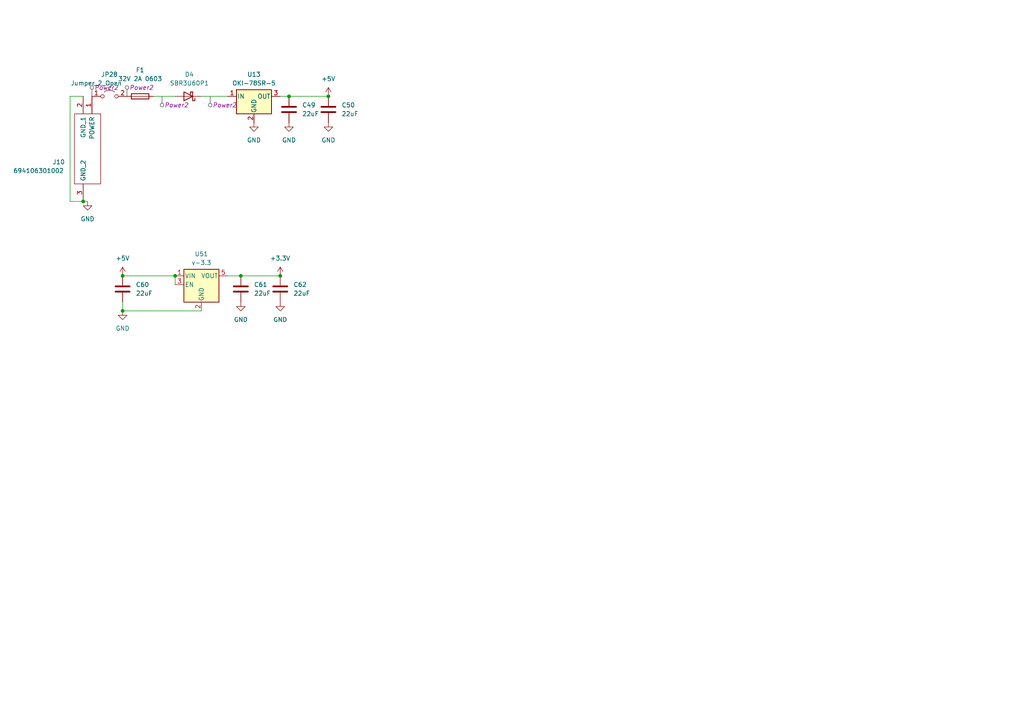
<source format=kicad_sch>
(kicad_sch (version 20230121) (generator eeschema)
  (paper "A4")
  (lib_symbols
    (symbol "Device:C" (pin_numbers hide) (pin_names (offset 0.254))
      (property "Reference" "C" (at 0.635 2.54 0))
      (property "Value" "C" (at 0.635 -2.54 0))
      (symbol "C_0_1"
        (polyline (pts (xy -2.032 -0.762) (xy 2.032 -0.762)) (stroke (width 0.508)))
        (polyline (pts (xy -2.032 0.762) (xy 2.032 0.762)) (stroke (width 0.508)))
      )
      (symbol "C_1_1"
        (pin passive line (at 0 3.81 270) (length 2.794) (name "~") (number "1"))
        (pin passive line (at 0 -3.81 90) (length 2.794) (name "~") (number "2"))
      )
    )
    (symbol "Device:D_Schottky" (pin_numbers hide) (pin_names (offset 1.016) hide)
      (property "Reference" "D" (at 0 2.54 0))
      (property "Value" "D_Schottky" (at 0 -2.54 0))
      (symbol "D_Schottky_0_1"
        (polyline (pts (xy 1.27 0) (xy -1.27 0)))
        (polyline (pts (xy 1.27 1.27) (xy 1.27 -1.27) (xy -1.27 0) (xy 1.27 1.27)) (stroke (width 0.254)))
        (polyline (pts (xy -1.905 0.635) (xy -1.905 1.27) (xy -1.27 1.27) (xy -1.27 -1.27) (xy -0.635 -1.27) (xy -0.635 -0.635)) (stroke (width 0.254)))
      )
      (symbol "D_Schottky_1_1"
        (pin passive line (at -3.81 0 0) (length 2.54) (name "K") (number "1"))
        (pin passive line (at 3.81 0 180) (length 2.54) (name "A") (number "2"))
      )
    )
    (symbol "Device:Fuse" (pin_numbers hide) (pin_names (offset 0))
      (property "Reference" "F" (at 2.032 0 90))
      (property "Value" "Fuse" (at -1.905 0 90))
      (symbol "Fuse_0_1"
        (rectangle (start -0.762 -2.54) (end 0.762 2.54) (stroke (width 0.254)))
        (polyline (pts (xy 0 2.54) (xy 0 -2.54)))
      )
      (symbol "Fuse_1_1"
        (pin passive line (at 0 3.81 270) (length 1.27) (name "~") (number "1"))
        (pin passive line (at 0 -3.81 90) (length 1.27) (name "~") (number "2"))
      )
    )
    (symbol "Jumper:Jumper_2_Open" (pin_names (offset 0) hide)
      (property "Reference" "JP" (at 0 2.794 0))
      (property "Value" "Jumper_2_Open" (at 0 -2.286 0))
      (symbol "Jumper_2_Open_0_0"
        (circle (center -2.032 0) (radius 0.508))
        (circle (center 2.032 0) (radius 0.508))
      )
      (symbol "Jumper_2_Open_0_1"
        (arc (start 1.524 1.27) (mid 0 1.778) (end -1.524 1.27))
      )
      (symbol "Jumper_2_Open_1_1"
        (pin passive line (at -5.08 0 0) (length 2.54) (name "A") (number "1"))
        (pin passive line (at 5.08 0 180) (length 2.54) (name "B") (number "2"))
      )
    )
    (symbol "Regulator_Linear:AP2127K-3.3" (pin_names (offset 0.254))
      (property "Reference" "U" (at -5.08 5.715 0))
      (property "Value" "AP2127K-3.3" (at 0 5.715 0))
      (symbol "AP2127K-3.3_0_1"
        (rectangle (start -5.08 4.445) (end 5.08 -5.08) (stroke (width 0.254)) (fill (type background)))
      )
      (symbol "AP2127K-3.3_1_1"
        (pin power_in line (at -7.62 2.54 0) (length 2.54) (name "VIN") (number "1"))
        (pin power_in line (at 0 -7.62 90) (length 2.54) (name "GND") (number "2"))
        (pin input line (at -7.62 0 0) (length 2.54) (name "EN") (number "3"))
        (pin no_connect line (at 5.08 0 180) (length 2.54) hide (name "NC") (number "4"))
        (pin power_out line (at 7.62 2.54 180) (length 2.54) (name "VOUT") (number "5"))
      )
    )
    (symbol "Regulator_Linear:L7805" (pin_names (offset 0.254))
      (property "Reference" "U" (at -3.81 3.175 0))
      (property "Value" "L7805" (at 0 3.175 0))
      (symbol "L7805_0_1"
        (rectangle (start -5.08 1.905) (end 5.08 -5.08) (stroke (width 0.254)) (fill (type background)))
      )
      (symbol "L7805_1_1"
        (pin power_in line (at -7.62 0 0) (length 2.54) (name "IN") (number "1"))
        (pin power_in line (at 0 -7.62 90) (length 2.54) (name "GND") (number "2"))
        (pin power_out line (at 7.62 0 180) (length 2.54) (name "OUT") (number "3"))
      )
    )
    (symbol "SamacSys_Parts:694106301002" (pin_names (offset 0.762))
      (property "Reference" "J" (at 26.67 7.62 0))
      (property "Value" "694106301002" (at 26.67 5.08 0))
      (symbol "694106301002_0_0"
        (pin passive line (at 30.48 -2.54 180) (length 5.08) (name "POWER") (number "1"))
        (pin passive line (at 30.48 0 180) (length 5.08) (name "GND_1") (number "2"))
        (pin passive line (at 0 0 0) (length 5.08) (name "GND_2") (number "3"))
      )
      (symbol "694106301002_0_1"
        (polyline (pts (xy 5.08 2.54) (xy 25.4 2.54) (xy 25.4 -5.08) (xy 5.08 -5.08) (xy 5.08 2.54)) (stroke (width 0.1524)))
      )
    )
    (symbol "power:+3.3V" (power) (pin_names (offset 0))
      (property "Value" "+3.3V" (at 0 3.556 0))
      (symbol "+3.3V_0_1"
        (polyline (pts (xy -0.762 1.27) (xy 0 2.54)))
        (polyline (pts (xy 0 0) (xy 0 2.54)))
        (polyline (pts (xy 0 2.54) (xy 0.762 1.27)))
      )
      (symbol "+3.3V_1_1"
        (pin power_in line (at 0 0 90) (length 0) hide (name "+3.3V") (number "1"))
      )
    )
    (symbol "power:+5V" (power) (pin_names (offset 0))
      (property "Value" "+5V" (at 0 3.556 0))
      (symbol "+5V_0_1"
        (polyline (pts (xy -0.762 1.27) (xy 0 2.54)))
        (polyline (pts (xy 0 0) (xy 0 2.54)))
        (polyline (pts (xy 0 2.54) (xy 0.762 1.27)))
      )
      (symbol "+5V_1_1"
        (pin power_in line (at 0 0 90) (length 0) hide (name "+5V") (number "1"))
      )
    )
    (symbol "power:GND" (power) (pin_names (offset 0))
      (property "Value" "GND" (at 0 -3.81 0))
      (symbol "GND_0_1"
        (polyline (pts (xy 0 0) (xy 0 -1.27) (xy 1.27 -1.27) (xy 0 -2.54) (xy -1.27 -1.27) (xy 0 -1.27)))
      )
      (symbol "GND_1_1"
        (pin power_in line (at 0 0 270) (length 0) hide (name "GND") (number "1"))
      )
    )
  )
  (junction (at 69.85 80.01))
  (junction (at 50.8 80.01))
  (junction (at 35.56 80.01))
  (junction (at 95.25 27.94))
  (junction (at 83.82 27.94))
  (junction (at 81.28 80.01))
  (junction (at 35.56 90.17))
  (junction (at 24.13 58.42))
  (wire (pts (xy 20.32 58.42) (xy 24.13 58.42)))
  (wire (pts (xy 81.28 27.94) (xy 83.82 27.94)))
  (wire (pts (xy 66.04 80.01) (xy 69.85 80.01)))
  (wire (pts (xy 69.85 80.01) (xy 81.28 80.01)))
  (wire (pts (xy 58.42 27.94) (xy 66.04 27.94)))
  (wire (pts (xy 24.13 27.94) (xy 20.32 27.94)))
  (wire (pts (xy 83.82 27.94) (xy 95.25 27.94)))
  (wire (pts (xy 50.8 80.01) (xy 50.8 82.55)))
  (wire (pts (xy 44.45 27.94) (xy 50.8 27.94)))
  (wire (pts (xy 35.56 80.01) (xy 50.8 80.01)))
  (wire (pts (xy 35.56 90.17) (xy 35.56 87.63)))
  (wire (pts (xy 58.42 90.17) (xy 35.56 90.17)))
  (wire (pts (xy 20.32 27.94) (xy 20.32 58.42)))
  (wire (pts (xy 24.13 58.42) (xy 25.4 58.42)))
  (netclass_flag "" (length 2.54) (shape round) (at 36.83 27.94 0) (property "Netclass" "Power2" (at 37.5285 25.4 0) (effects (font italic) (justify left))))
  (netclass_flag "" (length 2.54) (shape round) (at 26.67 27.94 0) (property "Netclass" "Power2" (at 27.3685 25.4 0) (effects (font italic) (justify left))))
  (netclass_flag "" (length 2.54) (shape round) (at 46.99 27.94 180) (property "Netclass" "Power2" (at 47.6885 30.48 0) (effects (font italic) (justify left))))
  (netclass_flag "" (length 2.54) (shape round) (at 60.96 27.94 180) (property "Netclass" "Power2" (at 61.6585 30.48 0) (effects (font italic) (justify left))))
  (symbol (lib_id "power:GND") (at 95.25 35.56 0) (unit 1)
    (property "Reference" "#PWR0175" (effects hide))
    (property "Value" "GND" (at 95.25 40.64 0))
  )
  (symbol (lib_id "Device:D_Schottky") (at 54.61 27.94 180) (unit 1)
    (property "Reference" "D4" (at 54.9275 21.59 0))
    (property "Value" "SBR3U60P1" (at 54.9275 24.13 0))
    (property "Footprint" "Diode_SMD:D_PowerDI-123" (effects hide))
  )
  (symbol (lib_id "power:GND") (at 69.85 87.63 0) (unit 1)
    (property "Reference" "#PWR0210" (effects hide))
    (property "Value" "GND" (at 69.85 92.71 0))
  )
  (symbol (lib_id "Regulator_Linear:AP2127K-3.3") (at 58.42 82.55 0) (unit 1)
    (property "Reference" "U51" (at 58.42 73.66 0))
    (property "Value" "v-3.3" (at 58.42 76.2 0))
    (property "Footprint" "Package_TO_SOT_SMD:SOT-23-5" (effects hide))
    (property "Datasheet" "https://www.diodes.com/assets/Datasheets/AP2127.pdf" (effects hide))
  )
  (symbol (lib_id "SamacSys_Parts:694106301002") (at 24.13 58.42 90) (unit 1)
    (property "Reference" "J10" (at 15.24 46.99 90) (effects (justify right)))
    (property "Value" "694106301002" (at 3.81 49.53 90) (effects (justify right)))
    (property "Footprint" "SamacSys_Parts:694106301002_1" (effects hide))
    (property "Datasheet" "https://datasheet.datasheetarchive.com/originals/distributors/Datasheets_SAMA/1c153bd2ba42bb51bda59ee4cd9765cd.pdf" (effects hide))
    (property "Description" "WURTH ELEKTRONIK - 694106301002 - CONNECTOR, POWER ENTRY, JACK, 3A, 20VDC" (effects hide))
    (property "Mouser Part Number" "710-694106301002" (effects hide))
    (property "Mouser Price/Stock" "https://www.mouser.co.uk/ProductDetail/Wurth-Elektronik/694106301002?qs=a9WhcLg8qCwOEkcI62k5mA%3D%3D" (effects hide))
    (property "Manufacturer_Name" "Wurth Elektronik" (effects hide))
    (property "Manufacturer_Part_Number" "694106301002" (effects hide))
  )
  (symbol (lib_id "Device:C") (at 81.28 83.82 0) (unit 1)
    (property "Reference" "C62" (at 85.09 82.55 0) (effects (justify left)))
    (property "Value" "22uF" (at 85.09 85.09 0) (effects (justify left)))
    (property "Footprint" "Capacitor_SMD:C_1206_3216Metric_Pad1.33x1.80mm_HandSolder" (effects hide))
  )
  (symbol (lib_id "power:GND") (at 83.82 35.56 0) (unit 1)
    (property "Reference" "#PWR0176" (effects hide))
    (property "Value" "GND" (at 83.82 40.64 0))
  )
  (symbol (lib_id "Device:C") (at 95.25 31.75 0) (unit 1)
    (property "Reference" "C50" (at 99.06 30.48 0) (effects (justify left)))
    (property "Value" "22uF" (at 99.06 33.02 0) (effects (justify left)))
    (property "Footprint" "Capacitor_SMD:C_1206_3216Metric_Pad1.33x1.80mm_HandSolder" (effects hide))
  )
  (symbol (lib_id "power:GND") (at 25.4 58.42 0) (unit 1)
    (property "Reference" "#PWR0174" (effects hide))
    (property "Value" "GND" (at 25.4 63.5 0))
  )
  (symbol (lib_id "power:GND") (at 35.56 90.17 0) (unit 1)
    (property "Reference" "#PWR0205" (effects hide))
    (property "Value" "GND" (at 35.56 95.25 0))
  )
  (symbol (lib_id "power:+5V") (at 95.25 27.94 0) (unit 1)
    (property "Reference" "#PWR0197" (effects hide))
    (property "Value" "+5V" (at 95.25 22.86 0))
  )
  (symbol (lib_id "power:+3.3V") (at 81.28 80.01 0) (unit 1)
    (property "Reference" "#PWR0211" (effects hide))
    (property "Value" "+3.3V" (at 81.28 74.93 0))
  )
  (symbol (lib_id "Regulator_Linear:L7805") (at 73.66 27.94 0) (unit 1)
    (property "Reference" "U13" (at 73.66 21.59 0))
    (property "Value" "OKI-78SR-5" (at 73.66 24.13 0))
    (property "Footprint" "Package_TO_SOT_THT:TO-220-3_Horizontal_TabDown" (effects hide))
    (property "Datasheet" "http://www.st.com/content/ccc/resource/technical/document/datasheet/41/4f/b3/b0/12/d4/47/88/CD00000444.pdf/files/CD00000444.pdf/jcr:content/translations/en.CD00000444.pdf" (effects hide))
  )
  (symbol (lib_id "power:GND") (at 81.28 87.63 0) (unit 1)
    (property "Reference" "#PWR0209" (effects hide))
    (property "Value" "GND" (at 81.28 92.71 0))
  )
  (symbol (lib_id "power:GND") (at 73.66 35.56 0) (unit 1)
    (property "Reference" "#PWR0177" (effects hide))
    (property "Value" "GND" (at 73.66 40.64 0))
  )
  (symbol (lib_id "Jumper:Jumper_2_Open") (at 31.75 27.94 0) (unit 1)
    (property "Reference" "JP28" (at 31.75 21.59 0))
    (property "Value" "Jumper_2_Open" (at 27.94 24.13 0))
    (property "Footprint" "Connector_PinHeader_2.54mm:PinHeader_1x02_P2.54mm_Vertical" (effects hide))
  )
  (symbol (lib_id "Device:C") (at 83.82 31.75 0) (unit 1)
    (property "Reference" "C49" (at 87.63 30.48 0) (effects (justify left)))
    (property "Value" "22uF" (at 87.63 33.02 0) (effects (justify left)))
    (property "Footprint" "Capacitor_SMD:C_1206_3216Metric_Pad1.33x1.80mm_HandSolder" (effects hide))
  )
  (symbol (lib_id "Device:Fuse") (at 40.64 27.94 90) (unit 1)
    (property "Reference" "F1" (at 40.64 20.32 90))
    (property "Value" "32V 2A 0603" (at 40.64 22.86 90))
    (property "Footprint" "Fuse:Fuse_0603_1608Metric_Pad1.05x0.95mm_HandSolder" (effects hide))
  )
  (symbol (lib_id "Device:C") (at 35.56 83.82 0) (unit 1)
    (property "Reference" "C60" (at 39.37 82.55 0) (effects (justify left)))
    (property "Value" "22uF" (at 39.37 85.09 0) (effects (justify left)))
    (property "Footprint" "Capacitor_SMD:C_1206_3216Metric_Pad1.33x1.80mm_HandSolder" (effects hide))
  )
  (symbol (lib_id "power:+5V") (at 35.56 80.01 0) (unit 1)
    (property "Reference" "#PWR0204" (effects hide))
    (property "Value" "+5V" (at 35.56 74.93 0))
  )
  (symbol (lib_id "Device:C") (at 69.85 83.82 0) (unit 1)
    (property "Reference" "C61" (at 73.66 82.55 0) (effects (justify left)))
    (property "Value" "22uF" (at 73.66 85.09 0) (effects (justify left)))
    (property "Footprint" "Capacitor_SMD:C_1206_3216Metric_Pad1.33x1.80mm_HandSolder" (effects hide))
  )
)
</source>
